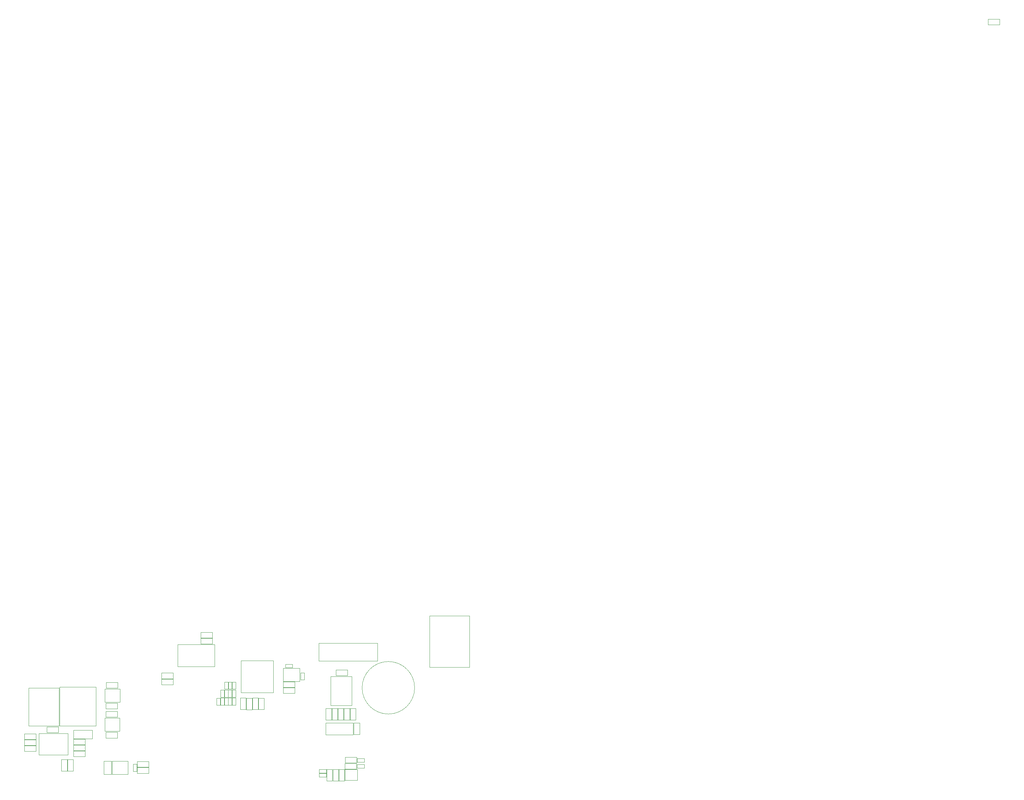
<source format=gbr>
G04 #@! TF.GenerationSoftware,KiCad,Pcbnew,8.0.0-rc1*
G04 #@! TF.CreationDate,2024-11-04T15:19:59+03:00*
G04 #@! TF.ProjectId,Movita_CM4_CT_Router_V3.1,4d6f7669-7461-45f4-934d-345f43545f52,REV1*
G04 #@! TF.SameCoordinates,Original*
G04 #@! TF.FileFunction,Other,User*
%FSLAX46Y46*%
G04 Gerber Fmt 4.6, Leading zero omitted, Abs format (unit mm)*
G04 Created by KiCad (PCBNEW 8.0.0-rc1) date 2024-11-04 15:19:59*
%MOMM*%
%LPD*%
G01*
G04 APERTURE LIST*
%ADD10C,0.050000*%
%ADD11C,0.100000*%
G04 APERTURE END LIST*
D10*
X163473767Y-87674190D02*
X166433767Y-87674190D01*
X163473767Y-89134190D02*
X163473767Y-87674190D01*
X166433767Y-87674190D02*
X166433767Y-89134190D01*
X166433767Y-89134190D02*
X163473767Y-89134190D01*
X193833142Y-122892315D02*
X195693142Y-122892315D01*
X193833142Y-123832315D02*
X193833142Y-122892315D01*
X195693142Y-122892315D02*
X195693142Y-123832315D01*
X195693142Y-123832315D02*
X193833142Y-123832315D01*
X138548767Y-120784190D02*
X140508767Y-120784190D01*
X138548767Y-124184190D02*
X138548767Y-120784190D01*
X140508767Y-120784190D02*
X140508767Y-124184190D01*
X140508767Y-124184190D02*
X138548767Y-124184190D01*
X185221603Y-95864190D02*
X187041603Y-95864190D01*
X185221603Y-96784190D02*
X185221603Y-95864190D01*
X187041603Y-95864190D02*
X187041603Y-96784190D01*
X187041603Y-96784190D02*
X185221603Y-96784190D01*
X195588767Y-110989190D02*
X195588767Y-114049190D01*
X195588767Y-114049190D02*
X202613767Y-114049190D01*
X202613767Y-110989190D02*
X195588767Y-110989190D01*
X202613767Y-114049190D02*
X202613767Y-110989190D01*
X153398767Y-99674190D02*
X156358767Y-99674190D01*
X153398767Y-101134190D02*
X153398767Y-99674190D01*
X156358767Y-99674190D02*
X156358767Y-101134190D01*
X156358767Y-101134190D02*
X153398767Y-101134190D01*
X153388767Y-98124190D02*
X156348767Y-98124190D01*
X153388767Y-99584190D02*
X153388767Y-98124190D01*
X156348767Y-98124190D02*
X156348767Y-99584190D01*
X156348767Y-99584190D02*
X153388767Y-99584190D01*
X139051267Y-107986690D02*
X142011267Y-107986690D01*
X139051267Y-109446690D02*
X139051267Y-107986690D01*
X142011267Y-107986690D02*
X142011267Y-109446690D01*
X142011267Y-109446690D02*
X139051267Y-109446690D01*
X200513767Y-119754190D02*
X203473767Y-119754190D01*
X200513767Y-121214190D02*
X200513767Y-119754190D01*
X203473767Y-119754190D02*
X203473767Y-121214190D01*
X203473767Y-121214190D02*
X200513767Y-121214190D01*
X175186603Y-104586690D02*
X176646603Y-104586690D01*
X175186603Y-107546690D02*
X175186603Y-104586690D01*
X176646603Y-104586690D02*
X176646603Y-107546690D01*
X176646603Y-107546690D02*
X175186603Y-107546690D01*
X198933142Y-122902315D02*
X200393142Y-122902315D01*
X198933142Y-125862315D02*
X198933142Y-122902315D01*
X200393142Y-122902315D02*
X200393142Y-125862315D01*
X200393142Y-125862315D02*
X198933142Y-125862315D01*
X167533767Y-104579190D02*
X168453767Y-104579190D01*
X167533767Y-106399190D02*
X167533767Y-104579190D01*
X168453767Y-104579190D02*
X168453767Y-106399190D01*
X168453767Y-106399190D02*
X167533767Y-106399190D01*
X138796267Y-109694190D02*
X138796267Y-113094190D01*
X138796267Y-113094190D02*
X142636267Y-113094190D01*
X142636267Y-109694190D02*
X138796267Y-109694190D01*
X142636267Y-113094190D02*
X142636267Y-109694190D01*
X173646603Y-104576690D02*
X175106603Y-104576690D01*
X173646603Y-107536690D02*
X173646603Y-104576690D01*
X175106603Y-104576690D02*
X175106603Y-107536690D01*
X175106603Y-107536690D02*
X173646603Y-107536690D01*
X178256603Y-104581690D02*
X179716603Y-104581690D01*
X178256603Y-107541690D02*
X178256603Y-104581690D01*
X179716603Y-104581690D02*
X179716603Y-107541690D01*
X179716603Y-107541690D02*
X178256603Y-107541690D01*
X130763767Y-118144190D02*
X133723767Y-118144190D01*
X130763767Y-119604190D02*
X130763767Y-118144190D01*
X133723767Y-118144190D02*
X133723767Y-119604190D01*
X133723767Y-119604190D02*
X130763767Y-119604190D01*
X171503767Y-104559190D02*
X172423767Y-104559190D01*
X171503767Y-106379190D02*
X171503767Y-104559190D01*
X172423767Y-104559190D02*
X172423767Y-106379190D01*
X172423767Y-106379190D02*
X171503767Y-106379190D01*
X118198767Y-116784190D02*
X121158767Y-116784190D01*
X118198767Y-118244190D02*
X118198767Y-116784190D01*
X121158767Y-116784190D02*
X121158767Y-118244190D01*
X121158767Y-118244190D02*
X118198767Y-118244190D01*
X139063767Y-105904190D02*
X142023767Y-105904190D01*
X139063767Y-107364190D02*
X139063767Y-105904190D01*
X142023767Y-105904190D02*
X142023767Y-107364190D01*
X142023767Y-107364190D02*
X139063767Y-107364190D01*
X129243767Y-120354190D02*
X130703767Y-120354190D01*
X129243767Y-123314190D02*
X129243767Y-120354190D01*
X130703767Y-120354190D02*
X130703767Y-123314190D01*
X130703767Y-123314190D02*
X129243767Y-123314190D01*
X365678767Y69880810D02*
X368638767Y69880810D01*
X365678767Y68420810D02*
X365678767Y69880810D01*
X368638767Y69880810D02*
X368638767Y68420810D01*
X368638767Y68420810D02*
X365678767Y68420810D01*
D11*
X127223767Y-101734190D02*
X136523767Y-101734190D01*
X127223767Y-111734190D02*
X127223767Y-101734190D01*
X136523767Y-101734190D02*
X136523767Y-111734190D01*
X136523767Y-111734190D02*
X127223767Y-111734190D01*
D10*
X189103767Y-98064190D02*
X190023767Y-98064190D01*
X189103767Y-99884190D02*
X189103767Y-98064190D01*
X190023767Y-98064190D02*
X190023767Y-99884190D01*
X190023767Y-99884190D02*
X189103767Y-99884190D01*
X195813142Y-122902315D02*
X197273142Y-122902315D01*
X195813142Y-125862315D02*
X195813142Y-122902315D01*
X197273142Y-122902315D02*
X197273142Y-125862315D01*
X197273142Y-125862315D02*
X195813142Y-125862315D01*
X202783767Y-110984190D02*
X204243767Y-110984190D01*
X202783767Y-113944190D02*
X202783767Y-110984190D01*
X204243767Y-110984190D02*
X204243767Y-113944190D01*
X204243767Y-113944190D02*
X202783767Y-113944190D01*
X171523767Y-100459190D02*
X172443767Y-100459190D01*
X171523767Y-102279190D02*
X171523767Y-100459190D01*
X172443767Y-100459190D02*
X172443767Y-102279190D01*
X172443767Y-102279190D02*
X171523767Y-102279190D01*
X123953767Y-111954190D02*
X126913767Y-111954190D01*
X123953767Y-113414190D02*
X123953767Y-111954190D01*
X126913767Y-111954190D02*
X126913767Y-113414190D01*
X126913767Y-113414190D02*
X123953767Y-113414190D01*
X184651603Y-96904190D02*
X184651603Y-100304190D01*
X184651603Y-100304190D02*
X188851603Y-100304190D01*
X188851603Y-96904190D02*
X184651603Y-96904190D01*
X188851603Y-100304190D02*
X188851603Y-96904190D01*
X140661267Y-120794190D02*
X140661267Y-124194190D01*
X140661267Y-124194190D02*
X144761267Y-124194190D01*
X144761267Y-120794190D02*
X140661267Y-120794190D01*
X144761267Y-124194190D02*
X144761267Y-120794190D01*
X170523767Y-102531690D02*
X171443767Y-102531690D01*
X170523767Y-104351690D02*
X170523767Y-102531690D01*
X171443767Y-102531690D02*
X171443767Y-104351690D01*
X171443767Y-104351690D02*
X170523767Y-104351690D01*
X193833142Y-123922315D02*
X195693142Y-123922315D01*
X193833142Y-124862315D02*
X193833142Y-123922315D01*
X195693142Y-123922315D02*
X195693142Y-124862315D01*
X195693142Y-124862315D02*
X193833142Y-124862315D01*
X200253767Y-107279190D02*
X201713767Y-107279190D01*
X200253767Y-110239190D02*
X200253767Y-107279190D01*
X201713767Y-107279190D02*
X201713767Y-110239190D01*
X201713767Y-110239190D02*
X200253767Y-110239190D01*
X173816603Y-94969190D02*
X173816603Y-103209190D01*
X173816603Y-103209190D02*
X182056603Y-103209190D01*
X182056603Y-94969190D02*
X173816603Y-94969190D01*
X182056603Y-103209190D02*
X182056603Y-94969190D01*
X169533767Y-102531690D02*
X170453767Y-102531690D01*
X169533767Y-104351690D02*
X169533767Y-102531690D01*
X170453767Y-102531690D02*
X170453767Y-104351690D01*
X170453767Y-104351690D02*
X169533767Y-104351690D01*
X200501267Y-121354190D02*
X203461267Y-121354190D01*
X200501267Y-122814190D02*
X200501267Y-121354190D01*
X203461267Y-121354190D02*
X203461267Y-122814190D01*
X203461267Y-122814190D02*
X200501267Y-122814190D01*
X184641603Y-100384190D02*
X187601603Y-100384190D01*
X184641603Y-101844190D02*
X184641603Y-100384190D01*
X187601603Y-100384190D02*
X187601603Y-101844190D01*
X187601603Y-101844190D02*
X184641603Y-101844190D01*
X218389566Y-101944190D02*
G75*
G02*
X204897968Y-101944190I-6745799J0D01*
G01*
X204897968Y-101944190D02*
G75*
G02*
X218389566Y-101944190I6745799J0D01*
G01*
X138861267Y-102274190D02*
X138861267Y-105674190D01*
X138861267Y-105674190D02*
X142701267Y-105674190D01*
X142701267Y-102274190D02*
X138861267Y-102274190D01*
X142701267Y-105674190D02*
X142701267Y-102274190D01*
X203603767Y-121614190D02*
X205463767Y-121614190D01*
X203603767Y-122554190D02*
X203603767Y-121614190D01*
X205463767Y-121614190D02*
X205463767Y-122554190D01*
X205463767Y-122554190D02*
X203603767Y-122554190D01*
X168543767Y-104559190D02*
X169463767Y-104559190D01*
X168543767Y-106379190D02*
X168543767Y-104559190D01*
X169463767Y-104559190D02*
X169463767Y-106379190D01*
X169463767Y-106379190D02*
X168543767Y-106379190D01*
X130778767Y-115084190D02*
X133738767Y-115084190D01*
X130778767Y-116544190D02*
X130778767Y-115084190D01*
X133738767Y-115084190D02*
X133738767Y-116544190D01*
X133738767Y-116544190D02*
X130778767Y-116544190D01*
X127683767Y-120339190D02*
X129143767Y-120339190D01*
X127683767Y-123299190D02*
X127683767Y-120339190D01*
X129143767Y-120339190D02*
X129143767Y-123299190D01*
X129143767Y-123299190D02*
X127683767Y-123299190D01*
X198703767Y-107279190D02*
X200163767Y-107279190D01*
X198703767Y-110239190D02*
X198703767Y-107279190D01*
X200163767Y-107279190D02*
X200163767Y-110239190D01*
X200163767Y-110239190D02*
X198703767Y-110239190D01*
X163473767Y-89224190D02*
X166433767Y-89224190D01*
X163473767Y-90684190D02*
X163473767Y-89224190D01*
X166433767Y-89224190D02*
X166433767Y-90684190D01*
X166433767Y-90684190D02*
X163473767Y-90684190D01*
X171513767Y-102531690D02*
X172433767Y-102531690D01*
X171513767Y-104351690D02*
X171513767Y-102531690D01*
X172433767Y-102531690D02*
X172433767Y-104351690D01*
X172433767Y-104351690D02*
X171513767Y-104351690D01*
X197153767Y-107274190D02*
X198613767Y-107274190D01*
X197153767Y-110234190D02*
X197153767Y-107274190D01*
X198613767Y-107274190D02*
X198613767Y-110234190D01*
X198613767Y-110234190D02*
X197153767Y-110234190D01*
X203623767Y-120084190D02*
X205483767Y-120084190D01*
X203623767Y-121024190D02*
X203623767Y-120084190D01*
X205483767Y-120084190D02*
X205483767Y-121024190D01*
X205483767Y-121024190D02*
X203623767Y-121024190D01*
X201813767Y-107279190D02*
X203273767Y-107279190D01*
X201813767Y-110239190D02*
X201813767Y-107279190D01*
X203273767Y-107279190D02*
X203273767Y-110239190D01*
X203273767Y-110239190D02*
X201813767Y-110239190D01*
X146083767Y-121564190D02*
X147023767Y-121564190D01*
X146083767Y-123424190D02*
X146083767Y-121564190D01*
X147023767Y-121564190D02*
X147023767Y-123424190D01*
X147023767Y-123424190D02*
X146083767Y-123424190D01*
X121936767Y-113699190D02*
X129386767Y-113699190D01*
X121936767Y-119199190D02*
X121936767Y-113699190D01*
X129386767Y-113699190D02*
X129386767Y-119199190D01*
X129386767Y-119199190D02*
X121936767Y-119199190D01*
X222263767Y-83494190D02*
X222263767Y-96694190D01*
X222263767Y-96694190D02*
X232463767Y-96694190D01*
X232463767Y-83494190D02*
X222263767Y-83494190D01*
X232463767Y-96694190D02*
X232463767Y-83494190D01*
X169533767Y-100449190D02*
X170453767Y-100449190D01*
X169533767Y-102269190D02*
X169533767Y-100449190D01*
X170453767Y-100449190D02*
X170453767Y-102269190D01*
X170453767Y-102269190D02*
X169533767Y-102269190D01*
X198178767Y-97354190D02*
X201138767Y-97354190D01*
X198178767Y-98814190D02*
X198178767Y-97354190D01*
X201138767Y-97354190D02*
X201138767Y-98814190D01*
X201138767Y-98814190D02*
X198178767Y-98814190D01*
X196818767Y-99044190D02*
X196818767Y-106444190D01*
X196818767Y-106444190D02*
X202218767Y-106444190D01*
X202218767Y-99044190D02*
X196818767Y-99044190D01*
X202218767Y-106444190D02*
X202218767Y-99044190D01*
X139101267Y-113376690D02*
X142061267Y-113376690D01*
X139101267Y-114836690D02*
X139101267Y-113376690D01*
X142061267Y-113376690D02*
X142061267Y-114836690D01*
X142061267Y-114836690D02*
X139101267Y-114836690D01*
X139151267Y-100544190D02*
X142111267Y-100544190D01*
X139151267Y-102004190D02*
X139151267Y-100544190D01*
X142111267Y-100544190D02*
X142111267Y-102004190D01*
X142111267Y-102004190D02*
X139151267Y-102004190D01*
X195593767Y-107264190D02*
X197053767Y-107264190D01*
X195593767Y-110224190D02*
X195593767Y-107264190D01*
X197053767Y-107264190D02*
X197053767Y-110224190D01*
X197053767Y-110224190D02*
X195593767Y-110224190D01*
X118203767Y-115254190D02*
X121163767Y-115254190D01*
X118203767Y-116714190D02*
X118203767Y-115254190D01*
X121163767Y-115254190D02*
X121163767Y-116714190D01*
X121163767Y-116714190D02*
X118203767Y-116714190D01*
X157573767Y-90789190D02*
X157573767Y-96509190D01*
X157573767Y-96509190D02*
X167023767Y-96509190D01*
X167023767Y-90789190D02*
X157573767Y-90789190D01*
X167023767Y-96509190D02*
X167023767Y-90789190D01*
X130773767Y-116614190D02*
X133733767Y-116614190D01*
X130773767Y-118074190D02*
X130773767Y-116614190D01*
X133733767Y-116614190D02*
X133733767Y-118074190D01*
X133733767Y-118074190D02*
X130773767Y-118074190D01*
X170543767Y-100449190D02*
X171463767Y-100449190D01*
X170543767Y-102269190D02*
X170543767Y-100449190D01*
X171463767Y-100449190D02*
X171463767Y-102269190D01*
X171463767Y-102269190D02*
X170543767Y-102269190D01*
X170513767Y-104559190D02*
X171433767Y-104559190D01*
X170513767Y-106379190D02*
X170513767Y-104559190D01*
X171433767Y-104559190D02*
X171433767Y-106379190D01*
X171433767Y-106379190D02*
X170513767Y-106379190D01*
X169533767Y-104559190D02*
X170453767Y-104559190D01*
X169533767Y-106379190D02*
X169533767Y-104559190D01*
X170453767Y-104559190D02*
X170453767Y-106379190D01*
X170453767Y-106379190D02*
X169533767Y-106379190D01*
X184646603Y-101924190D02*
X187606603Y-101924190D01*
X184646603Y-103384190D02*
X184646603Y-101924190D01*
X187606603Y-101924190D02*
X187606603Y-103384190D01*
X187606603Y-103384190D02*
X184646603Y-103384190D01*
X197393142Y-122902315D02*
X198853142Y-122902315D01*
X197393142Y-125862315D02*
X197393142Y-122902315D01*
X198853142Y-122902315D02*
X198853142Y-125862315D01*
X198853142Y-125862315D02*
X197393142Y-125862315D01*
X193773767Y-90454190D02*
X193773767Y-95054190D01*
X193773767Y-95054190D02*
X208873767Y-95054190D01*
X208873767Y-90454190D02*
X193773767Y-90454190D01*
X208873767Y-95054190D02*
X208873767Y-90454190D01*
X130788767Y-112814190D02*
X135578767Y-112814190D01*
X130788767Y-115014190D02*
X130788767Y-112814190D01*
X135578767Y-112814190D02*
X135578767Y-115014190D01*
X135578767Y-115014190D02*
X130788767Y-115014190D01*
X147113767Y-122424190D02*
X150073767Y-122424190D01*
X147113767Y-123884190D02*
X147113767Y-122424190D01*
X150073767Y-122424190D02*
X150073767Y-123884190D01*
X150073767Y-123884190D02*
X147113767Y-123884190D01*
X147103767Y-120874190D02*
X150063767Y-120874190D01*
X147103767Y-122334190D02*
X147103767Y-120874190D01*
X150063767Y-120874190D02*
X150063767Y-122334190D01*
X150063767Y-122334190D02*
X147103767Y-122334190D01*
X200503767Y-122914190D02*
X200503767Y-125714190D01*
X200503767Y-122914190D02*
X203703767Y-122914190D01*
X200503767Y-125714190D02*
X203703767Y-125714190D01*
X203703767Y-125714190D02*
X203703767Y-122914190D01*
X176726603Y-104576690D02*
X178186603Y-104576690D01*
X176726603Y-107536690D02*
X176726603Y-104576690D01*
X178186603Y-104576690D02*
X178186603Y-107536690D01*
X178186603Y-107536690D02*
X176726603Y-107536690D01*
X119243767Y-101964190D02*
X127043767Y-101964190D01*
X119243767Y-111764190D02*
X119243767Y-101964190D01*
X127043767Y-101964190D02*
X127043767Y-111764190D01*
X127043767Y-111764190D02*
X119243767Y-111764190D01*
X118193767Y-113734190D02*
X121153767Y-113734190D01*
X118193767Y-115194190D02*
X118193767Y-113734190D01*
X121153767Y-113734190D02*
X121153767Y-115194190D01*
X121153767Y-115194190D02*
X118193767Y-115194190D01*
X168543767Y-102541690D02*
X169463767Y-102541690D01*
X168543767Y-104361690D02*
X168543767Y-102541690D01*
X169463767Y-102541690D02*
X169463767Y-104361690D01*
X169463767Y-104361690D02*
X168543767Y-104361690D01*
M02*

</source>
